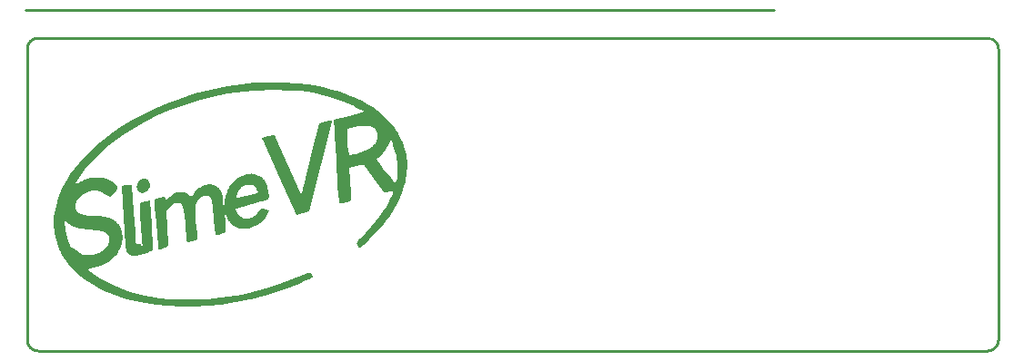
<source format=gto>
G04 Layer: TopSilkscreenLayer*
G04 EasyEDA Pro v1.7.27, 2022-09-03 12:30:42*
G04 Gerber Generator version 0.3*
G04 Scale: 100 percent, Rotated: No, Reflected: No*
G04 Dimensions in millimeters*
G04 Leading zeros omitted, absolute positions, 3 integers and 3 decimals*
%FSLAX33Y33*%
%MOMM*%
%ADD10C,0.254*%
G75*


G04 Image Start*
G36*
G01X24263Y27716D02*
G01X23268Y27672D01*
G01X23203Y27667D01*
G01X22081Y27551D01*
G01X20743Y27344D01*
G01X19266Y27040D01*
G01X17762Y26651D01*
G01X16377Y26217D01*
G01X15388Y25857D01*
G01X14151Y25341D01*
G01X12990Y24786D01*
G01X11921Y24207D01*
G01X10941Y23611D01*
G01X10064Y23015D01*
G01X9269Y22414D01*
G01X8566Y21825D01*
G01X7949Y21253D01*
G01X7401Y20690D01*
G01X6926Y20151D01*
G01X6510Y19628D01*
G01X6157Y19134D01*
G01X5853Y18660D01*
G01X5593Y18207D01*
G01X5375Y17775D01*
G01X5187Y17354D01*
G01X5034Y16957D01*
G01X4908Y16571D01*
G01X4810Y16211D01*
G01X4734Y15862D01*
G01X4676Y15514D01*
G01X4639Y15179D01*
G01X4619Y14857D01*
G01X4615Y14663D01*
G01X5645D01*
G01X5646Y14698D01*
G01X5648Y14723D01*
G01X5649Y14736D01*
G01X5652Y14746D01*
G01X5654Y14753D01*
G01X5656Y14758D01*
G01X5658Y14763D01*
G01X5660Y14768D01*
G01X5662Y14772D01*
G01X5667Y14777D01*
G01X5673Y14781D01*
G01X5674D01*
G01X5676Y14782D01*
G01X5678D01*
G01X5686D01*
G01X5690Y14781D01*
G01X5695Y14780D01*
G01X5699Y14778D01*
G01X5704Y14776D01*
G01X5709Y14773D01*
G01X5718Y14768D01*
G01X5729Y14759D01*
G01X5745Y14747D01*
G01X5778Y14716D01*
G01X5816Y14679D01*
G01X5864Y14634D01*
G01X5938Y14573D01*
G01X6059Y14483D01*
G01X6191Y14395D01*
G01X6304Y14328D01*
G01X6357Y14299D01*
G01X6398Y14281D01*
G01X6450Y14262D01*
G01X6548Y14232D01*
G01X6755Y14182D01*
G01X7178Y14106D01*
G01X7791Y14027D01*
G01X7917Y14016D01*
G01X8536Y13948D01*
G01X8822Y13901D01*
G01X9002Y13863D01*
G01X9126Y13829D01*
G01X9216Y13799D01*
G01X9291Y13770D01*
G01X9348Y13744D01*
G01X9400Y13718D01*
G01X9443Y13693D01*
G01X9478Y13670D01*
G01X9510Y13645D01*
G01X9541Y13620D01*
G01X9569Y13594D01*
G01X9592Y13571D01*
G01X9613Y13546D01*
G01X9632Y13521D01*
G01X9650Y13496D01*
G01X9670Y13464D01*
G01X9689Y13432D01*
G01X9705Y13397D01*
G01X9722Y13357D01*
G01X9737Y13314D01*
G01X9752Y13264D01*
G01X9758Y13242D01*
G01X9770Y13187D01*
G01X9777Y13131D01*
G01X9782Y13076D01*
G01Y13021D01*
G01X9778Y12965D01*
G01X9771Y12909D01*
G01X9761Y12854D01*
G01X9746Y12799D01*
G01X9729Y12744D01*
G01X9709Y12690D01*
G01X9685Y12636D01*
G01X9649Y12564D01*
G01X9607Y12494D01*
G01X9561Y12426D01*
G01X9510Y12358D01*
G01X9454Y12293D01*
G01X9378Y12213D01*
G01X9295Y12136D01*
G01X9206Y12063D01*
G01X9113Y11994D01*
G01X9013Y11929D01*
G01X8909Y11869D01*
G01X8800Y11813D01*
G01X8687Y11763D01*
G01X8571Y11718D01*
G01X8452Y11679D01*
G01X8330Y11647D01*
G01X8205Y11621D01*
G01X8078Y11602D01*
G01X7950Y11591D01*
G01X7820Y11586D01*
G01X7665Y11590D01*
G01X7562Y11598D01*
G01X7484Y11608D01*
G01X7425Y11619D01*
G01X7369Y11633D01*
G01X7315Y11650D01*
G01X7263Y11670D01*
G01X7212Y11694D01*
G01X7161Y11722D01*
G01X7109Y11754D01*
G01X7044Y11799D01*
G01X6963Y11863D01*
G01X6875Y11937D01*
G01X6782Y12015D01*
G01X6689Y12085D01*
G01X6599Y12146D01*
G01X6534Y12186D01*
G01X6482Y12213D01*
G01X6442Y12232D01*
G01X6414Y12243D01*
G01X6394Y12249D01*
G01X6381Y12252D01*
G01X6370Y12254D01*
G01X6360Y12256D01*
G01X6350Y12257D01*
G01X6345D01*
G01X6341D01*
G01X6337Y12256D01*
G01X6333D01*
G01X6313Y12254D01*
G01X6292Y12259D01*
G01X6271Y12270D01*
G01X6248Y12286D01*
G01X6226Y12308D01*
G01X6203Y12335D01*
G01X6179Y12367D01*
G01X6131Y12445D01*
G01X6082Y12540D01*
G01X6009Y12711D01*
G01X5938Y12911D01*
G01X5849Y13211D01*
G01X5772Y13537D01*
G01X5713Y13874D01*
G01X5684Y14126D01*
G01X5646Y14589D01*
G01X5645Y14663D01*
G01X4615D01*
G01Y14635D01*
G01X4624Y14275D01*
G01X4650Y13942D01*
G01X4692Y13615D01*
G01X4748Y13314D01*
G01X4818Y13018D01*
G01X4904Y12728D01*
G01X5004Y12442D01*
G01X5120Y12163D01*
G01X5250Y11888D01*
G01X5395Y11618D01*
G01X5567Y11337D01*
G01X5756Y11060D01*
G01X5974Y10774D01*
G01X6212Y10493D01*
G01X6485Y10202D01*
G01X6530Y10156D01*
G01X6815Y9886D01*
G01X7129Y9616D01*
G01X7483Y9343D01*
G01X7881Y9067D01*
G01X8325Y8791D01*
G01X8817Y8520D01*
G01X9362Y8254D01*
G01X9975Y7992D01*
G01X10660Y7740D01*
G01X11421Y7504D01*
G01X12262Y7288D01*
G01X13185Y7101D01*
G01X14190Y6949D01*
G01X15281Y6841D01*
G01X16437Y6785D01*
G01X17656Y6787D01*
G01X18915Y6853D01*
G01X20209Y6987D01*
G01X21513Y7189D01*
G01X22801Y7455D01*
G01X22935Y7487D01*
G01X24249Y7839D01*
G01X26063Y8421D01*
G01X27437Y8934D01*
G01X28083Y9212D01*
G01X28367Y9352D01*
G01X28508Y9431D01*
G01X28587Y9480D01*
G01X28635Y9514D01*
G01X28664Y9537D01*
G01X28686Y9556D01*
G01X28700Y9569D01*
G01X28712Y9581D01*
G01X28719Y9591D01*
G01X28724Y9598D01*
G01X28729Y9605D01*
G01X28732Y9611D01*
G01X28735Y9616D01*
G01X28738Y9624D01*
G01X28740Y9632D01*
G01X28741Y9636D01*
G01Y9643D01*
G01X28740Y9647D01*
G01X28738Y9654D01*
G01X28737Y9657D01*
G01X28736Y9659D01*
G01X28666Y9776D01*
G01X28638Y9818D01*
G01X28611Y9855D01*
G01X28592Y9876D01*
G01X28573Y9895D01*
G01X28554Y9912D01*
G01X28534Y9926D01*
G01X28524Y9932D01*
G01X28513Y9937D01*
G01X28502Y9943D01*
G01X28491Y9947D01*
G01X28480Y9951D01*
G01X28468Y9954D01*
G01X28456Y9957D01*
G01X28431Y9961D01*
G01X28404Y9962D01*
G01X28376Y9961D01*
G01X28345Y9958D01*
G01X28312Y9953D01*
G01X28259Y9940D01*
G01X28178Y9915D01*
G01X28034Y9860D01*
G01X27608Y9669D01*
G01X26952Y9386D01*
G01X25869Y8983D01*
G01X24311Y8489D01*
G01X22779Y8085D01*
G01X21682Y7852D01*
G01X21548Y7828D01*
G01X20182Y7623D01*
G01X18887Y7494D01*
G01X17665Y7434D01*
G01X16531Y7436D01*
G01X15471Y7491D01*
G01X14495Y7591D01*
G01X13590Y7730D01*
G01X12766Y7899D01*
G01X12007Y8095D01*
G01X11312Y8313D01*
G01X10677Y8547D01*
G01X10100Y8794D01*
G01X9568Y9054D01*
G01X9078Y9324D01*
G01X8629Y9603D01*
G01X8371Y9778D01*
G01X7692Y10254D01*
G01X8256Y10405D01*
G01X8690Y10532D01*
G01X8980Y10634D01*
G01X9194Y10723D01*
G01X9378Y10810D01*
G01X9535Y10895D01*
G01X9670Y10978D01*
G01X9800Y11067D01*
G01X9937Y11172D01*
G01X10071Y11286D01*
G01X10226Y11433D01*
G01X10321Y11533D01*
G01X10410Y11637D01*
G01X10492Y11743D01*
G01X10568Y11853D01*
G01X10648Y11982D01*
G01X10719Y12113D01*
G01X10782Y12246D01*
G01X10837Y12383D01*
G01X10884Y12520D01*
G01X10923Y12658D01*
G01X10954Y12797D01*
G01X10977Y12935D01*
G01X10993Y13074D01*
G01X11000Y13212D01*
G01Y13348D01*
G01X10994Y13467D01*
G01X10981Y13583D01*
G01X10963Y13698D01*
G01X10940Y13810D01*
G01X10910Y13920D01*
G01X10875Y14027D01*
G01X10834Y14132D01*
G01X10795Y14218D01*
G01X10751Y14301D01*
G01X10704Y14382D01*
G01X10652Y14460D01*
G01X10596Y14534D01*
G01X10536Y14606D01*
G01X10473Y14673D01*
G01X10417Y14725D01*
G01X10358Y14776D01*
G01X10296Y14823D01*
G01X10232Y14868D01*
G01X10165Y14909D01*
G01X10095Y14947D01*
G01X10023Y14981D01*
G01X9948Y15013D01*
G01X9870Y15040D01*
G01X9806Y15060D01*
G01X9704Y15085D01*
G01X9410Y15136D01*
G01X8726Y15221D01*
G01X8417Y15248D01*
G01X7845Y15303D01*
G01X7564Y15345D01*
G01X7386Y15380D01*
G01X7262Y15412D01*
G01X7166Y15442D01*
G01X7091Y15470D01*
G01X7029Y15497D01*
G01X6978Y15522D01*
G01X6935Y15546D01*
G01X6901Y15569D01*
G01X6869Y15592D01*
G01X6839Y15616D01*
G01X6815Y15637D01*
G01X6793Y15659D01*
G01X6772Y15682D01*
G01X6752Y15706D01*
G01X6735Y15731D01*
G01X6718Y15756D01*
G01X6703Y15783D01*
G01X6686Y15815D01*
G01X6672Y15848D01*
G01X6659Y15882D01*
G01X6646Y15923D01*
G01X6635Y15965D01*
G01X6633Y15976D01*
G01X6624Y16022D01*
G01X6618Y16069D01*
G01X6614Y16115D01*
G01X6613Y16162D01*
G01X6614Y16209D01*
G01X6618Y16256D01*
G01X6628Y16327D01*
G01X6643Y16397D01*
G01X6663Y16467D01*
G01X6689Y16537D01*
G01X6719Y16607D01*
G01X6755Y16675D01*
G01X6795Y16743D01*
G01X6840Y16809D01*
G01X6889Y16875D01*
G01X6944Y16939D01*
G01X7023Y17022D01*
G01X7109Y17102D01*
G01X7203Y17179D01*
G01X7305Y17251D01*
G01X7413Y17320D01*
G01X7470Y17352D01*
G01X7594Y17417D01*
G01X7702Y17467D01*
G01X7810Y17510D01*
G01X7917Y17545D01*
G01X8008Y17571D01*
G01X8099Y17591D01*
G01X8188Y17606D01*
G01X8278Y17616D01*
G01X8367Y17622D01*
G01X8456D01*
G01X8544Y17616D01*
G01X8631Y17606D01*
G01X8718Y17592D01*
G01X8805Y17571D01*
G01X8891Y17546D01*
G01X8977Y17516D01*
G01X9062Y17481D01*
G01X9147Y17441D01*
G01X9245Y17387D01*
G01X9343Y17327D01*
G01X9356Y17318D01*
G01X9830Y17003D01*
G01X10223Y17398D01*
G01X10332Y17513D01*
G01X10398Y17589D01*
G01X10439Y17643D01*
G01X10467Y17687D01*
G01X10487Y17720D01*
G01X10500Y17744D01*
G01X10511Y17768D01*
G01X10520Y17792D01*
G01X10527Y17816D01*
G01X10533Y17838D01*
G01X10535Y17854D01*
G01X10537Y17869D01*
G01X10538Y17884D01*
G01X10539Y17899D01*
G01X10538Y17914D01*
G01X10537Y17928D01*
G01X10535Y17944D01*
G01X10532Y17958D01*
G01X10528Y17973D01*
G01X10523Y17988D01*
G01X10515Y18010D01*
G01X10504Y18032D01*
G01X10492Y18055D01*
G01X10478Y18078D01*
G01X10456Y18108D01*
G01X10431Y18140D01*
G01X10395Y18179D01*
G01X10344Y18229D01*
G01X10275Y18289D01*
G01X10144Y18391D01*
G01X10002Y18493D01*
G01X9839Y18601D01*
G01X9756Y18649D01*
G01X9692Y18683D01*
G01X9629Y18711D01*
G01X9564Y18736D01*
G01X9498Y18756D01*
G01X9427Y18773D01*
G01X9352Y18787D01*
G01X9250Y18800D01*
G01X9085Y18811D01*
G01X8657Y18817D01*
G01X8267Y18807D01*
G01X8082Y18792D01*
G01X7948Y18775D01*
G01X7843Y18755D01*
G01X7742Y18731D01*
G01X7644Y18702D01*
G01X7536Y18663D01*
G01X7404Y18607D01*
G01X7206Y18511D01*
G01X7171Y18493D01*
G01X6880Y18346D01*
G01X6809Y18316D01*
G01X6767Y18300D01*
G01X6745Y18294D01*
G01X6725Y18289D01*
G01X6714Y18287D01*
G01X6703Y18286D01*
G01X6698Y18285D01*
G01X6694D01*
G01X6689Y18286D01*
G01X6685D01*
G01X6678Y18289D01*
G01X6675Y18290D01*
G01X6672Y18291D01*
G01X6670Y18293D01*
G01X6668Y18295D01*
G01X6663Y18300D01*
G01X6662Y18303D01*
G01X6661Y18306D01*
G01X6660Y18309D01*
G01X6659Y18313D01*
G01Y18317D01*
G01Y18321D01*
G01Y18326D01*
G01X6660Y18335D01*
G01X6663Y18346D01*
G01X6666Y18359D01*
G01X6674Y18379D01*
G01X6688Y18410D01*
G01X6713Y18456D01*
G01X6767Y18546D01*
G01X6972Y18846D01*
G01X7326Y19334D01*
G01X7687Y19801D01*
G01X8097Y20279D01*
G01X8568Y20777D01*
G01X9119Y21301D01*
G01X9742Y21838D01*
G01X10457Y22393D01*
G01X11254Y22950D01*
G01X12153Y23514D01*
G01X13157Y24075D01*
G01X14255Y24618D01*
G01X15434Y25128D01*
G01X16689Y25599D01*
G01X18002Y26018D01*
G01X19368Y26378D01*
G01X20744Y26669D01*
G01X21610Y26815D01*
G01X22235Y26892D01*
G01X23364Y26975D01*
G01X25082Y27015D01*
G01X26681Y26977D01*
G01X27656Y26906D01*
G01X28181Y26841D01*
G01X28293Y26822D01*
G01X29100Y26665D01*
G01X29988Y26444D01*
G01X30852Y26183D01*
G01X31599Y25916D01*
G01X32176Y25676D01*
G01X32598Y25475D01*
G01X32664Y25441D01*
G01X33579Y24965D01*
G01X32146Y24604D01*
G01X30712Y24244D01*
G01X30735Y23211D01*
G01X30764Y22706D01*
G01X31922D01*
G01Y23377D01*
G01X32643Y23554D01*
G01X32926Y23616D01*
G01X33154Y23653D01*
G01X33352Y23675D01*
G01X33521Y23685D01*
G01X33665D01*
G01X33786Y23678D01*
G01X33887Y23668D01*
G01X33982Y23652D01*
G01X34059Y23635D01*
G01X34132Y23614D01*
G01X34190Y23594D01*
G01X34245Y23571D01*
G01X34298Y23546D01*
G01X34337Y23525D01*
G01X34375Y23502D01*
G01X34411Y23477D01*
G01X34445Y23451D01*
G01X34477Y23423D01*
G01X34500Y23401D01*
G01X34533Y23365D01*
G01X34564Y23328D01*
G01X34593Y23289D01*
G01X34619Y23249D01*
G01X34643Y23206D01*
G01X34663Y23163D01*
G01X34683Y23118D01*
G01X34699Y23072D01*
G01X34714Y23025D01*
G01X34730Y22953D01*
G01X34743Y22879D01*
G01X34749Y22804D01*
G01X34751Y22727D01*
G01X34747Y22650D01*
G01X34738Y22572D01*
G01X34724Y22495D01*
G01X34705Y22418D01*
G01X34681Y22342D01*
G01X34652Y22267D01*
G01X34618Y22193D01*
G01X34579Y22121D01*
G01X34534Y22052D01*
G01X34485Y21985D01*
G01X34431Y21922D01*
G01X34412Y21901D01*
G01X34357Y21847D01*
G01X34285Y21783D01*
G01X34196Y21711D01*
G01X34084Y21631D01*
G01X33950Y21545D01*
G01X33775Y21445D01*
G01X33574Y21344D01*
G01X33363Y21252D01*
G01X33146Y21170D01*
G01X32945Y21106D01*
G01X32761Y21058D01*
G01X32597Y21023D01*
G01X32532Y21012D01*
G01X32072Y20938D01*
G01X31997Y21487D01*
G01X31963Y21810D01*
G01X31927Y22423D01*
G01X31922Y22706D01*
G01X30764D01*
G01X30888Y20605D01*
G01X34672D01*
G01Y20609D01*
G01X34673Y20610D01*
G01Y20611D01*
G01Y20613D01*
G01X34675Y20614D01*
G01X34676D01*
G01X34677Y20615D01*
G01X34678D01*
G01X34698Y20617D01*
G01X34720Y20623D01*
G01X34745Y20634D01*
G01X34772Y20649D01*
G01X34801Y20667D01*
G01X34865Y20714D01*
G01X34935Y20774D01*
G01X35047Y20885D01*
G01X35208Y21063D01*
G01X35369Y21264D01*
G01X35522Y21477D01*
G01X35624Y21636D01*
G01X35711Y21791D01*
G01X35758Y21888D01*
G01X35993Y22409D01*
G01X36153Y22019D01*
G01X36219Y21842D01*
G01X36388Y21305D01*
G01X36494Y20919D01*
G01X36523Y20790D01*
G01X36555Y20605D01*
G01X36587Y20334D01*
G01X36612Y19971D01*
G01X36618Y19551D01*
G01X36605Y19176D01*
G01X36583Y18921D01*
G01X36560Y18753D01*
G01X36538Y18640D01*
G01X36520Y18568D01*
G01X36505Y18519D01*
G01X36493Y18485D01*
G01X36480Y18456D01*
G01X36471Y18438D01*
G01X36462Y18422D01*
G01X36453Y18408D01*
G01X36443Y18397D01*
G01X36438Y18391D01*
G01X36422Y18384D01*
G01X36399Y18387D01*
G01X36369Y18401D01*
G01X36333Y18425D01*
G01X36290Y18459D01*
G01X36187Y18557D01*
G01X35989Y18775D01*
G01X35555Y19315D01*
G01X35454Y19448D01*
G01X34892Y20232D01*
G01X34741Y20467D01*
G01X34700Y20538D01*
G01X34686Y20566D01*
G01X34680Y20582D01*
G01X34676Y20591D01*
G01X34674Y20596D01*
G01X34673Y20601D01*
G01X34672Y20605D01*
G01X30888D01*
G01X31044Y17962D01*
G01X31160Y16574D01*
G01X31169Y16510D01*
G01X31172Y16493D01*
G01X31174Y16487D01*
G01X31181Y16469D01*
G01X31191Y16454D01*
G01X31205Y16441D01*
G01X31222Y16430D01*
G01X31242Y16422D01*
G01X31266Y16417D01*
G01X31295Y16413D01*
G01X31327Y16412D01*
G01X31364Y16414D01*
G01X31453Y16425D01*
G01X31626Y16460D01*
G01X31771Y16496D01*
G01X32012Y16556D01*
G01X32071Y16575D01*
G01X32107Y16588D01*
G01X32131Y16599D01*
G01X32154Y16611D01*
G01X32168Y16619D01*
G01X32181Y16628D01*
G01X32195Y16639D01*
G01X32206Y16649D01*
G01X32217Y16660D01*
G01X32228Y16673D01*
G01X32238Y16685D01*
G01X32247Y16699D01*
G01X32256Y16714D01*
G01X32264Y16730D01*
G01X32271Y16748D01*
G01X32281Y16776D01*
G01X32290Y16806D01*
G01X32297Y16840D01*
G01X32305Y16890D01*
G01X32311Y16961D01*
G01X32315Y17079D01*
G01X32309Y17336D01*
G01X32228Y18540D01*
G01X32140Y19765D01*
G01X32805Y19914D01*
G01X33163Y19989D01*
G01X33253Y20002D01*
G01X33309Y20008D01*
G01X33346Y20009D01*
G01X33374D01*
G01X33395Y20007D01*
G01X33414Y20005D01*
G01X33432Y20001D01*
G01X33445Y19998D01*
G01X33457Y19994D01*
G01X33469Y19990D01*
G01X33480Y19985D01*
G01X33491Y19979D01*
G01X33501Y19973D01*
G01X33511Y19966D01*
G01X33521Y19959D01*
G01X33533Y19949D01*
G01X33545Y19936D01*
G01X33560Y19920D01*
G01X33578Y19898D01*
G01X33605Y19861D01*
G01X33614Y19848D01*
G01X34426Y18702D01*
G01X35159Y17754D01*
G01X35332Y17552D01*
G01X35388Y17493D01*
G01X35413Y17470D01*
G01X35425Y17459D01*
G01X35432Y17454D01*
G01X35436Y17451D01*
G01X35443Y17447D01*
G01X35445D01*
G01X35446Y17446D01*
G01X35447D01*
G01X35448D01*
G01X35451D01*
G01X35562Y17467D01*
G01X35868Y17535D01*
G01X35942Y17550D01*
G01X35991Y17557D01*
G01X36020Y17560D01*
G01X36047Y17561D01*
G01X36071Y17559D01*
G01X36082Y17557D01*
G01X36092Y17555D01*
G01X36103Y17553D01*
G01X36112Y17550D01*
G01X36120Y17546D01*
G01X36128Y17542D01*
G01X36136Y17537D01*
G01X36142Y17532D01*
G01X36148Y17526D01*
G01X36154Y17519D01*
G01X36159Y17512D01*
G01X36163Y17505D01*
G01X36167Y17496D01*
G01X36170Y17487D01*
G01X36172Y17477D01*
G01X36173Y17467D01*
G01X36174Y17456D01*
G01X36175Y17444D01*
G01X36174Y17418D01*
G01X36170Y17390D01*
G01X36164Y17359D01*
G01X36149Y17306D01*
G01X36121Y17225D01*
G01X36072Y17105D01*
G01X35942Y16833D01*
G01X35826Y16609D01*
G01X35556Y16128D01*
G01X35262Y15659D01*
G01X34931Y15188D01*
G01X34560Y14713D01*
G01X34123Y14210D01*
G01X33612Y13675D01*
G01X33109Y13159D01*
G01X33000Y13032D01*
G01X32941Y12958D01*
G01X32905Y12906D01*
G01X32884Y12872D01*
G01X32867Y12840D01*
G01X32856Y12816D01*
G01X32847Y12793D01*
G01X32842Y12776D01*
G01X32837Y12760D01*
G01X32834Y12744D01*
G01X32832Y12729D01*
G01X32831Y12714D01*
G01Y12699D01*
G01X32832Y12685D01*
G01X32834Y12671D01*
G01X32837Y12656D01*
G01X32841Y12643D01*
G01X32845Y12628D01*
G01X32852Y12610D01*
G01X32863Y12586D01*
G01X32868Y12576D01*
G01X32977Y12376D01*
G01X33012Y12317D01*
G01X33025Y12299D01*
G01X33030Y12294D01*
G01X33044Y12288D01*
G01X33067Y12293D01*
G01X33099Y12307D01*
G01X33139Y12331D01*
G01X33241Y12404D01*
G01X33443Y12571D01*
G01X33969Y13062D01*
G01X34767Y13881D01*
G01X35295Y14480D01*
G01X35499Y14736D01*
G01X35898Y15298D01*
G01X36231Y15818D01*
G01X36515Y16316D01*
G01X36746Y16774D01*
G01X36938Y17209D01*
G01X37096Y17624D01*
G01X37223Y18016D01*
G01X37322Y18388D01*
G01X37396Y18738D01*
G01X37452Y19086D01*
G01X37487Y19414D01*
G01X37505Y19739D01*
G01X37506Y20043D01*
G01X37492Y20345D01*
G01X37463Y20645D01*
G01X37418Y20942D01*
G01X37358Y21236D01*
G01X37283Y21528D01*
G01X37192Y21817D01*
G01X37086Y22103D01*
G01X36957Y22402D01*
G01X36811Y22698D01*
G01X36647Y22991D01*
G01X36456Y23295D01*
G01X36234Y23611D01*
G01X36029Y23875D01*
G01X35842Y24093D01*
G01X35619Y24328D01*
G01X35366Y24568D01*
G01X35071Y24822D01*
G01X34716Y25097D01*
G01X34309Y25380D01*
G01X33831Y25677D01*
G01X33294Y25974D01*
G01X32694Y26268D01*
G01X32030Y26552D01*
G01X31303Y26821D01*
G01X30531Y27064D01*
G01X29736Y27269D01*
G01X28924Y27437D01*
G01X28178Y27552D01*
G01X27395Y27632D01*
G01X25917Y27708D01*
G37*
G36*
G01X30489Y24188D02*
G01X30465Y24187D01*
G01X30434Y24184D01*
G01X30348Y24169D01*
G01X29848Y24043D01*
G01X29330Y23906D01*
G01X28678Y21306D01*
G01X27894Y18040D01*
G01X27838Y17787D01*
G01X27800Y17651D01*
G01X27772Y17568D01*
G01X27751Y17514D01*
G01X27735Y17480D01*
G01X27723Y17457D01*
G01X27710Y17437D01*
G01X27701Y17424D01*
G01X27692Y17413D01*
G01X27685Y17406D01*
G01X27679Y17400D01*
G01X27673Y17395D01*
G01X27667Y17391D01*
G01X27661Y17387D01*
G01X27655Y17384D01*
G01X27649Y17382D01*
G01X27640Y17381D01*
G01X27634D01*
G01X27631D01*
G01X27628D01*
G01X27625Y17382D01*
G01X27622Y17383D01*
G01X27619Y17384D01*
G01X27616Y17385D01*
G01X27613Y17386D01*
G01X27610Y17388D01*
G01X27605Y17392D01*
G01X27599Y17396D01*
G01X27587Y17408D01*
G01X27581Y17415D01*
G01X27573Y17427D01*
G01X27564Y17441D01*
G01X27556Y17456D01*
G01X27545Y17479D01*
G01X27531Y17512D01*
G01X27515Y17559D01*
G01X27510Y17576D01*
G01X27485Y17641D01*
G01X25378Y22385D01*
G01X25190Y22779D01*
G01X25182Y22792D01*
G01X25177Y22799D01*
G01X25158Y22804D01*
G01X25118Y22803D01*
G01X24986Y22783D01*
G01X24601Y22700D01*
G01X24206Y22594D01*
G01X24062Y22547D01*
G01X24014Y22527D01*
G01X23985Y22510D01*
G01X23989Y22488D01*
G01X24046Y22338D01*
G01X25582Y18893D01*
G01X27223Y15311D01*
G01X27816Y15486D01*
G01X28380Y15662D01*
G01X28409Y15673D01*
G01X28417Y15676D01*
G01X28420Y15677D01*
G01X28421Y15678D01*
G01X28424Y15686D01*
G01X30516Y24032D01*
G01X30538Y24128D01*
G01X30539Y24138D01*
G01Y24152D01*
G01X30536Y24164D01*
G01X30530Y24174D01*
G01X30522Y24181D01*
G01X30508Y24186D01*
G37*
G36*
G01X23047Y19201D02*
G01X22993Y19200D01*
G01X22928Y19195D01*
G01X22850Y19185D01*
G01X22724Y19162D01*
G01X22532Y19118D01*
G01X22369Y19073D01*
G01X22226Y19026D01*
G01X22088Y18973D01*
G01X21968Y18919D01*
G01X21853Y18861D01*
G01X21743Y18797D01*
G01X21637Y18727D01*
G01X21536Y18653D01*
G01X21440Y18574D01*
G01X21357Y18498D01*
G01X21278Y18419D01*
G01X21195Y18325D01*
G01X21117Y18227D01*
G01X21043Y18123D01*
G01X20974Y18015D01*
G01X20910Y17901D01*
G01X20845Y17771D01*
G01X20786Y17634D01*
G01X20728Y17479D01*
G01X20677Y17316D01*
G01X20630Y17131D01*
G01X20603Y16996D01*
G01X21573D01*
G01Y17019D01*
G01X21575Y17043D01*
G01X21579Y17071D01*
G01X21595Y17133D01*
G01X21619Y17203D01*
G01X21668Y17320D01*
G01X21730Y17445D01*
G01X21801Y17571D01*
G01X21879Y17694D01*
G01X21959Y17806D01*
G01X22013Y17873D01*
G01X22066Y17930D01*
G01X22092Y17955D01*
G01X22117Y17977D01*
G01X22142Y17995D01*
G01X22169Y18013D01*
G01X22212Y18039D01*
G01X22259Y18062D01*
G01X22309Y18083D01*
G01X22380Y18109D01*
G01X22454Y18130D01*
G01X22531Y18148D01*
G01X22610Y18163D01*
G01X22709Y18175D01*
G01X22787Y18180D01*
G01X22864Y18181D01*
G01X22938Y18178D01*
G01X22992Y18173D01*
G01X23042Y18165D01*
G01X23091Y18155D01*
G01X23135Y18142D01*
G01X23163Y18132D01*
G01X23189Y18121D01*
G01X23213Y18109D01*
G01X23234Y18095D01*
G01X23249Y18085D01*
G01X23263Y18073D01*
G01X23294Y18042D01*
G01X23327Y18003D01*
G01X23379Y17935D01*
G01X23448Y17831D01*
G01X23512Y17722D01*
G01X23552Y17641D01*
G01X23585Y17568D01*
G01X23601Y17525D01*
G01X23606Y17506D01*
G01X23610Y17488D01*
G01X23613Y17473D01*
G01X23614Y17459D01*
G01Y17448D01*
G01X23611Y17438D01*
G01X23607Y17432D01*
G01X23594Y17423D01*
G01X23572Y17413D01*
G01X23499Y17386D01*
G01X23192Y17296D01*
G01X22144Y17042D01*
G01X21733Y16961D01*
G01X21649Y16949D01*
G01X21619Y16947D01*
G01X21600D01*
G01X21589Y16950D01*
G01X21581Y16962D01*
G01X21576Y16977D01*
G01X21573Y16996D01*
G01X20603D01*
G01X20588Y16922D01*
G01X20554Y16689D01*
G01X20543Y16592D01*
G01X20464Y15812D01*
G01X20386Y16662D01*
G01X20342Y17049D01*
G01X20315Y17206D01*
G01X20294Y17304D01*
G01X20272Y17383D01*
G01X20250Y17448D01*
G01X20229Y17501D01*
G01X20206Y17551D01*
G01X20180Y17598D01*
G01X20152Y17644D01*
G01X20121Y17689D01*
G01X20083Y17739D01*
G01X20028Y17802D01*
G01X19986Y17848D01*
G01X19945Y17889D01*
G01X19901Y17928D01*
G01X19857Y17964D01*
G01X19810Y17997D01*
G01X19762Y18028D01*
G01X19713Y18056D01*
G01X19662Y18082D01*
G01X19597Y18111D01*
G01X19530Y18136D01*
G01X19460Y18156D01*
G01X19390Y18173D01*
G01X19318Y18185D01*
G01X19245Y18194D01*
G01X19171Y18199D01*
G01X19096D01*
G01X19020Y18196D01*
G01X18943Y18188D01*
G01X18867Y18177D01*
G01X18774Y18157D01*
G01X18681Y18133D01*
G01X18588Y18102D01*
G01X18496Y18065D01*
G01X18404Y18022D01*
G01X18313Y17974D01*
G01X18224Y17920D01*
G01X18180Y17891D01*
G01X18013Y17770D01*
G01X17898Y17678D01*
G01X17828Y17616D01*
G01X17795Y17584D01*
G01X17774Y17561D01*
G01X17764Y17548D01*
G01X17758Y17541D01*
G01X17754Y17534D01*
G01X17750Y17527D01*
G01X17749Y17524D01*
G01X17747Y17521D01*
G01X17746Y17516D01*
G01Y17514D01*
G01X17742Y17493D01*
G01X17732Y17466D01*
G01X17717Y17432D01*
G01X17672Y17351D01*
G01X17613Y17262D01*
G01X17581Y17218D01*
G01X17517Y17136D01*
G01X17495Y17111D01*
G01X17484Y17101D01*
G01X17475Y17093D01*
G01X17465Y17085D01*
G01X17455Y17078D01*
G01X17445Y17073D01*
G01X17436Y17070D01*
G01X17426Y17067D01*
G01X17416Y17066D01*
G01X17406D01*
G01X17395Y17067D01*
G01X17385Y17070D01*
G01X17374Y17074D01*
G01X17362Y17079D01*
G01X17350Y17086D01*
G01X17324Y17103D01*
G01X17294Y17126D01*
G01X17224Y17187D01*
G01X17160Y17247D01*
G01X17125Y17278D01*
G01X17089Y17306D01*
G01X17052Y17332D01*
G01X17013Y17357D01*
G01X16972Y17379D01*
G01X16930Y17398D01*
G01X16886Y17416D01*
G01X16841Y17432D01*
G01X16768Y17452D01*
G01X16690Y17468D01*
G01X16608Y17479D01*
G01X16487Y17488D01*
G01X16390Y17489D01*
G01X16238Y17486D01*
G01X16155Y17480D01*
G01X16094Y17472D01*
G01X16036Y17460D01*
G01X15995Y17449D01*
G01X15955Y17437D01*
G01X15916Y17421D01*
G01X15878Y17404D01*
G01X15839Y17384D01*
G01X15801Y17361D01*
G01X15750Y17325D01*
G01X15682Y17274D01*
G01X15596Y17199D01*
G01X15432Y17040D01*
G01X15216Y16831D01*
G01X15153Y16776D01*
G01X15118Y16749D01*
G01X15095Y16733D01*
G01X15080Y16724D01*
G01X15068Y16718D01*
G01X15056Y16713D01*
G01X15051Y16711D01*
G01X15045Y16709D01*
G01X15036Y16707D01*
G01X15032D01*
G01X15020Y16708D01*
G01X15016Y16710D01*
G01X15013Y16711D01*
G01X15010Y16713D01*
G01X15007Y16716D01*
G01X15004Y16718D01*
G01X15002Y16721D01*
G01X15000Y16725D01*
G01X14997Y16729D01*
G01X14996Y16734D01*
G01X14994Y16738D01*
G01X14991Y16748D01*
G01X14989Y16760D01*
G01X14987Y16774D01*
G01X14985Y16796D01*
G01X14984Y16821D01*
G01X14983Y16874D01*
G01X14980Y16904D01*
G01X14977Y16917D01*
G01X14974Y16930D01*
G01X14971Y16941D01*
G01X14966Y16951D01*
G01X14961Y16961D01*
G01X14955Y16970D01*
G01X14948Y16977D01*
G01X14941Y16984D01*
G01X14932Y16991D01*
G01X14923Y16996D01*
G01X14911Y17000D01*
G01X14900Y17003D01*
G01X14886Y17006D01*
G01X14872Y17008D01*
G01X14840Y17010D01*
G01X14802Y17009D01*
G01X14734Y17002D01*
G01X14553Y16973D01*
G01X14378Y16935D01*
G01X14241Y16898D01*
G01X14157Y16871D01*
G01X14104Y16850D01*
G01X14072Y16835D01*
G01X14055Y16825D01*
G01X14048Y16821D01*
G01X14042Y16817D01*
G01X14037Y16813D01*
G01X14029Y16793D01*
G01X14024Y16754D01*
G01X14018Y16617D01*
G01X14035Y15991D01*
G01X14123Y14651D01*
G01X14292Y12342D01*
G01X14293Y12322D01*
G01X14295Y12244D01*
G01X14298Y12212D01*
G01X14300Y12199D01*
G01X14303Y12186D01*
G01X14307Y12175D01*
G01X14312Y12165D01*
G01X14317Y12156D01*
G01X14324Y12148D01*
G01X14332Y12142D01*
G01X14340Y12137D01*
G01X14350Y12133D01*
G01X14362Y12130D01*
G01X14374Y12127D01*
G01X14389D01*
G01X14404D01*
G01X14440Y12131D01*
G01X14484Y12139D01*
G01X14594Y12167D01*
G01X14783Y12222D01*
G01X14920Y12267D01*
G01X14997Y12297D01*
G01X15053Y12322D01*
G01X15092Y12342D01*
G01X15127Y12363D01*
G01X15150Y12378D01*
G01X15170Y12394D01*
G01X15183Y12405D01*
G01X15194Y12416D01*
G01X15204Y12427D01*
G01X15214Y12438D01*
G01X15222Y12450D01*
G01X15229Y12462D01*
G01X15235Y12474D01*
G01X15241Y12486D01*
G01X15246Y12498D01*
G01X15249Y12511D01*
G01X15252Y12524D01*
G01X15253Y12537D01*
G01X15254Y12551D01*
G01X15253Y12578D01*
G01X15153Y14252D01*
G01X15072Y15719D01*
G01X15403Y16078D01*
G01X15529Y16208D01*
G01X15593Y16268D01*
G01X15642Y16309D01*
G01X15690Y16344D01*
G01X15725Y16367D01*
G01X15760Y16388D01*
G01X15795Y16406D01*
G01X15831Y16421D01*
G01X15868Y16434D01*
G01X15905Y16444D01*
G01X15945Y16453D01*
G01X15985Y16460D01*
G01X16042Y16465D01*
G01X16103Y16467D01*
G01X16203Y16466D01*
G01X16277Y16462D01*
G01X16307Y16458D01*
G01X16336Y16453D01*
G01X16364Y16444D01*
G01X16377Y16439D01*
G01X16391Y16434D01*
G01X16404Y16428D01*
G01X16417Y16421D01*
G01X16441Y16404D01*
G01X16465Y16385D01*
G01X16487Y16362D01*
G01X16509Y16336D01*
G01X16530Y16307D01*
G01X16550Y16274D01*
G01X16568Y16237D01*
G01X16587Y16197D01*
G01X16613Y16128D01*
G01X16638Y16050D01*
G01X16668Y15931D01*
G01X16711Y15716D01*
G01X16767Y15306D01*
G01X16842Y14504D01*
G01X16979Y13022D01*
G01X16993Y12931D01*
G01X16997Y12911D01*
G01X16998Y12904D01*
G01X16999Y12902D01*
G01X17006Y12885D01*
G01X17015Y12871D01*
G01X17028Y12858D01*
G01X17043Y12848D01*
G01X17062Y12840D01*
G01X17084Y12834D01*
G01X17109Y12831D01*
G01X17138Y12829D01*
G01X17171Y12830D01*
G01X17249Y12839D01*
G01X17344Y12857D01*
G01X17522Y12901D01*
G01X18003Y13029D01*
G01X17940Y13552D01*
G01X17808Y14864D01*
G01X17779Y15464D01*
G01X17781Y15804D01*
G01X17793Y16020D01*
G01X17809Y16167D01*
G01X17825Y16269D01*
G01X17842Y16347D01*
G01X17858Y16406D01*
G01X17874Y16456D01*
G01X17890Y16495D01*
G01X17904Y16527D01*
G01X17911Y16540D01*
G01X17962Y16634D01*
G01X18006Y16703D01*
G01X18051Y16766D01*
G01X18099Y16824D01*
G01X18135Y16865D01*
G01X18173Y16902D01*
G01X18213Y16937D01*
G01X18253Y16969D01*
G01X18296Y16998D01*
G01X18339Y17024D01*
G01X18384Y17047D01*
G01X18431Y17068D01*
G01X18479Y17087D01*
G01X18528Y17102D01*
G01X18580Y17116D01*
G01X18633Y17126D01*
G01X18707Y17136D01*
G01X18783Y17141D01*
G01X18843Y17142D01*
G01X18883Y17141D01*
G01X18921Y17136D01*
G01X18959Y17129D01*
G01X18994Y17118D01*
G01X19011Y17111D01*
G01X19028Y17104D01*
G01X19045Y17095D01*
G01X19061Y17086D01*
G01X19077Y17076D01*
G01X19107Y17053D01*
G01X19136Y17025D01*
G01X19164Y16994D01*
G01X19191Y16959D01*
G01X19217Y16919D01*
G01X19241Y16876D01*
G01X19264Y16828D01*
G01X19296Y16747D01*
G01X19326Y16655D01*
G01X19363Y16515D01*
G01X19405Y16310D01*
G01X19454Y15965D01*
G01X19522Y15199D01*
G01X19536Y14971D01*
G01X19615Y13992D01*
G01X19656Y13679D01*
G01X19673Y13585D01*
G01X19681Y13548D01*
G01X19688Y13528D01*
G01X19691Y13518D01*
G01X19694Y13513D01*
G01X19696Y13508D01*
G01X19697Y13506D01*
G01X19698Y13505D01*
G01X19699Y13503D01*
G01X19702Y13500D01*
G01X19713Y13496D01*
G01X19728Y13492D01*
G01X19746Y13491D01*
G01X19768Y13490D01*
G01X19822Y13494D01*
G01X19886Y13502D01*
G01X19998Y13523D01*
G01X20124Y13554D01*
G01X20211Y13579D01*
G01X20635Y13710D01*
G01X20576Y14761D01*
G01X20549Y15405D01*
G01X20550Y15494D01*
G01X20552Y15531D01*
G01X20554Y15547D01*
G01X20556Y15557D01*
G01X20557Y15563D01*
G01X20559Y15567D01*
G01X20560Y15571D01*
G01X20562Y15574D01*
G01X20563Y15576D01*
G01X20564Y15577D01*
G01X20565D01*
G01X20566Y15578D01*
G01X20567D01*
G01X20568Y15579D01*
G01X20569D01*
G01X20570Y15578D01*
G01X20571D01*
G01X20572D01*
G01X20575Y15576D01*
G01X20576Y15575D01*
G01X20577Y15573D01*
G01X20580Y15570D01*
G01X20583Y15566D01*
G01X20587Y15559D01*
G01X20593Y15546D01*
G01X20603Y15521D01*
G01X20625Y15460D01*
G01X20641Y15410D01*
G01X20690Y15265D01*
G01X20739Y15142D01*
G01X20785Y15039D01*
G01X20836Y14942D01*
G01X20883Y14862D01*
G01X20933Y14786D01*
G01X20986Y14714D01*
G01X21043Y14646D01*
G01X21103Y14581D01*
G01X21166Y14520D01*
G01X21233Y14463D01*
G01X21303Y14409D01*
G01X21378Y14359D01*
G01X21455Y14312D01*
G01X21549Y14263D01*
G01X21648Y14216D01*
G01X21739Y14179D01*
G01X21950Y14104D01*
G01X22049Y14074D01*
G01X22125Y14056D01*
G01X22184Y14046D01*
G01X22241Y14039D01*
G01X22298Y14036D01*
G01X22356D01*
G01X22414Y14040D01*
G01X22491Y14049D01*
G01X22591Y14067D01*
G01X22782Y14113D01*
G01X22804Y14118D01*
G01X22974Y14168D01*
G01X23137Y14225D01*
G01X23293Y14289D01*
G01X23427Y14353D01*
G01X23555Y14421D01*
G01X23677Y14496D01*
G01X23779Y14566D01*
G01X23878Y14641D01*
G01X23970Y14720D01*
G01X24057Y14803D01*
G01X24140Y14889D01*
G01X24216Y14980D01*
G01X24287Y15075D01*
G01X24344Y15161D01*
G01X24398Y15250D01*
G01X24405Y15262D01*
G01X24665Y15730D01*
G01X24298Y15859D01*
G01X24182Y15897D01*
G01X24132Y15911D01*
G01X24098Y15918D01*
G01X24066Y15923D01*
G01X24046Y15925D01*
G01X24026Y15926D01*
G01X24008Y15925D01*
G01X23989Y15923D01*
G01X23972Y15920D01*
G01X23954Y15916D01*
G01X23936Y15910D01*
G01X23919Y15902D01*
G01X23902Y15893D01*
G01X23885Y15883D01*
G01X23867Y15870D01*
G01X23840Y15850D01*
G01X23813Y15825D01*
G01X23773Y15786D01*
G01X23696Y15700D01*
G01X23604Y15590D01*
G01X23532Y15506D01*
G01X23457Y15428D01*
G01X23381Y15357D01*
G01X23303Y15292D01*
G01X23235Y15241D01*
G01X23166Y15195D01*
G01X23097Y15154D01*
G01X23027Y15118D01*
G01X22968Y15091D01*
G01X22909Y15068D01*
G01X22850Y15048D01*
G01X22791Y15033D01*
G01X22732Y15020D01*
G01X22674Y15011D01*
G01X22615Y15006D01*
G01X22557Y15004D01*
G01X22511Y15005D01*
G01X22465Y15009D01*
G01X22420Y15015D01*
G01X22375Y15024D01*
G01X22330Y15034D01*
G01X22286Y15047D01*
G01X22243Y15063D01*
G01X22200Y15081D01*
G01X22158Y15101D01*
G01X22131Y15117D01*
G01X22089Y15143D01*
G01X22047Y15175D01*
G01X21990Y15224D01*
G01X21932Y15279D01*
G01X21862Y15354D01*
G01X21796Y15434D01*
G01X21734Y15517D01*
G01X21678Y15599D01*
G01X21641Y15663D01*
G01X21609Y15724D01*
G01X21590Y15767D01*
G01X21580Y15794D01*
G01X21572Y15819D01*
G01X21566Y15842D01*
G01X21563Y15864D01*
G01X21562Y15874D01*
G01Y15893D01*
G01X21564Y15902D01*
G01X21565Y15910D01*
G01X21568Y15917D01*
G01X21571Y15924D01*
G01X21575Y15930D01*
G01X21579Y15935D01*
G01X21591Y15941D01*
G01X21655Y15962D01*
G01X23053Y16337D01*
G01X23929Y16582D01*
G01X24315Y16711D01*
G01X24455Y16765D01*
G01X24512Y16791D01*
G01X24537Y16804D01*
G01X24554Y16814D01*
G01X24563Y16820D01*
G01X24569Y16825D01*
G01X24573Y16829D01*
G01X24577Y16833D01*
G01X24579Y16834D01*
G01X24580Y16836D01*
G01X24591Y16855D01*
G01X24600Y16878D01*
G01X24608Y16906D01*
G01X24615Y16936D01*
G01X24623Y17008D01*
G01X24627Y17091D01*
G01X24622Y17234D01*
G01X24608Y17395D01*
G01X24572Y17627D01*
G01X24523Y17865D01*
G01X24460Y18096D01*
G01X24405Y18258D01*
G01X24366Y18356D01*
G01X24345Y18401D01*
G01X24315Y18461D01*
G01X24281Y18519D01*
G01X24244Y18575D01*
G01X24203Y18628D01*
G01X24158Y18679D01*
G01X24110Y18728D01*
G01X24059Y18776D01*
G01X24004Y18821D01*
G01X23946Y18864D01*
G01X23884Y18904D01*
G01X23805Y18950D01*
G01X23722Y18993D01*
G01X23693Y19006D01*
G01X23462Y19106D01*
G01X23365Y19142D01*
G01X23291Y19165D01*
G01X23237Y19179D01*
G01X23184Y19189D01*
G01X23138Y19196D01*
G01X23093Y19200D01*
G37*
G36*
G01X13040Y18766D02*
G01X13013Y18765D01*
G01X12986Y18762D01*
G01X12959Y18758D01*
G01X12931Y18752D01*
G01X12903Y18745D01*
G01X12875Y18737D01*
G01X12837Y18722D01*
G01X12800Y18705D01*
G01X12762Y18685D01*
G01X12724Y18662D01*
G01X12686Y18636D01*
G01X12649Y18607D01*
G01X12602Y18567D01*
G01X12565Y18531D01*
G01X12528Y18491D01*
G01X12494Y18449D01*
G01X12463Y18405D01*
G01X12436Y18360D01*
G01X12412Y18313D01*
G01X12392Y18265D01*
G01X12375Y18216D01*
G01X12362Y18167D01*
G01X12352Y18117D01*
G01X12345Y18067D01*
G01X12342Y18017D01*
G01X12343Y17967D01*
G01X12346Y17918D01*
G01X12354Y17869D01*
G01X12365Y17821D01*
G01X12374Y17790D01*
G01X12385Y17760D01*
G01X12397Y17730D01*
G01X12411Y17701D01*
G01X12426Y17672D01*
G01X12443Y17644D01*
G01X12462Y17618D01*
G01X12482Y17592D01*
G01X12504Y17568D01*
G01X12516Y17556D01*
G01X12551Y17521D01*
G01X12587Y17491D01*
G01X12622Y17465D01*
G01X12645Y17449D01*
G01X12669Y17435D01*
G01X12691Y17422D01*
G01X12715Y17412D01*
G01X12738Y17403D01*
G01X12761Y17396D01*
G01X12785Y17391D01*
G01X12808Y17387D01*
G01X12832Y17385D01*
G01X12856D01*
G01X12880Y17387D01*
G01X12904Y17390D01*
G01X12929Y17395D01*
G01X12953Y17403D01*
G01X12978Y17411D01*
G01X13004Y17421D01*
G01X13043Y17440D01*
G01X13083Y17463D01*
G01X13123Y17490D01*
G01X13180Y17532D01*
G01X13238Y17581D01*
G01X13314Y17654D01*
G01X13330Y17669D01*
G01X13399Y17741D01*
G01X13440Y17790D01*
G01X13469Y17827D01*
G01X13494Y17863D01*
G01X13510Y17889D01*
G01X13524Y17916D01*
G01X13537Y17942D01*
G01X13547Y17967D01*
G01X13555Y17994D01*
G01X13562Y18020D01*
G01X13566Y18047D01*
G01X13569Y18074D01*
G01X13570Y18101D01*
G01Y18130D01*
G01X13568Y18159D01*
G01X13562Y18200D01*
G01X13551Y18253D01*
G01X13546Y18275D01*
G01X13529Y18336D01*
G01X13513Y18381D01*
G01X13496Y18425D01*
G01X13477Y18466D01*
G01X13456Y18504D01*
G01X13434Y18539D01*
G01X13411Y18572D01*
G01X13392Y18596D01*
G01X13373Y18618D01*
G01X13353Y18638D01*
G01X13332Y18657D01*
G01X13311Y18674D01*
G01X13288Y18690D01*
G01X13266Y18704D01*
G01X13243Y18717D01*
G01X13219Y18728D01*
G01X13195Y18738D01*
G01X13170Y18747D01*
G01X13145Y18753D01*
G01X13119Y18759D01*
G01X13093Y18762D01*
G01X13067Y18765D01*
G37*
G36*
G01X11709Y18166D02*
G01X11614Y18162D01*
G01X11431Y18141D01*
G01X11195Y18101D01*
G01X10920Y18048D01*
G01X10999Y16525D01*
G01X11291Y12465D01*
G01X11340Y12061D01*
G01X11352Y11991D01*
G01X11353Y11983D01*
G01X11361Y11954D01*
G01X11371Y11926D01*
G01X11383Y11898D01*
G01X11397Y11871D01*
G01X11414Y11845D01*
G01X11432Y11820D01*
G01X11452Y11795D01*
G01X11474Y11771D01*
G01X11498Y11749D01*
G01X11522Y11726D01*
G01X11563Y11695D01*
G01X11607Y11666D01*
G01X11654Y11639D01*
G01X11703Y11615D01*
G01X11755Y11593D01*
G01X11808Y11574D01*
G01X11864Y11558D01*
G01X11921Y11545D01*
G01X11980Y11535D01*
G01X12039Y11528D01*
G01X12099Y11524D01*
G01X12159Y11525D01*
G01X12219Y11529D01*
G01X12279Y11536D01*
G01X12320Y11543D01*
G01X12583Y11604D01*
G01X12938Y11704D01*
G01X13293Y11823D01*
G01X13533Y11917D01*
G01X13664Y11976D01*
G01X13735Y12013D01*
G01X13779Y12038D01*
G01X13803Y12054D01*
G01X13819Y12065D01*
G01X13831Y12076D01*
G01X13838Y12083D01*
G01X13845Y12089D01*
G01X13849Y12095D01*
G01X13851Y12099D01*
G01X13853Y12102D01*
G01X13854Y12104D01*
G01X13855Y12107D01*
G01X13856Y12110D01*
G01Y12112D01*
G01X13852Y12246D01*
G01X13711Y14460D01*
G01X13559Y16697D01*
G01X13149Y16621D01*
G01X13002Y16590D01*
G01X12868Y16554D01*
G01X12785Y16527D01*
G01X12729Y16506D01*
G01X12696Y16491D01*
G01X12677Y16481D01*
G01X12662Y16471D01*
G01X12657Y16467D01*
G01X12652Y16462D01*
G01X12644Y16442D01*
G01X12638Y16400D01*
G01X12632Y16253D01*
G01X12657Y15404D01*
G01X12740Y14139D01*
G01X12862Y12139D01*
G01X12864Y11925D01*
G01X12862Y11877D01*
G01X12861Y11861D01*
G01X12860Y11852D01*
G01X12858Y11848D01*
G01Y11846D01*
G01X12857Y11844D01*
G01X12856Y11841D01*
G01X12855Y11840D01*
G01Y11839D01*
G01X12832Y11850D01*
G01X12813Y11922D01*
G01X12800Y12044D01*
G01X12796Y12204D01*
G01X12792Y12357D01*
G01X12787Y12418D01*
G01X12782Y12459D01*
G01X12776Y12487D01*
G01X12771Y12503D01*
G01X12766Y12519D01*
G01X12760Y12532D01*
G01X12754Y12545D01*
G01X12747Y12557D01*
G01X12739Y12567D01*
G01X12730Y12577D01*
G01X12725Y12581D01*
G01X12716Y12589D01*
G01X12705Y12596D01*
G01X12693Y12602D01*
G01X12681Y12608D01*
G01X12667Y12613D01*
G01X12652Y12617D01*
G01X12637Y12620D01*
G01X12611Y12624D01*
G01X12573Y12627D01*
G01X12507Y12628D01*
G01X12443Y12630D01*
G01X12405Y12633D01*
G01X12372Y12638D01*
G01X12358Y12642D01*
G01X12343Y12646D01*
G01X12331Y12650D01*
G01X12318Y12656D01*
G01X12307Y12662D01*
G01X12297Y12669D01*
G01X12287Y12677D01*
G01X12278Y12685D01*
G01X12270Y12695D01*
G01X12263Y12706D01*
G01X12256Y12717D01*
G01X12250Y12729D01*
G01X12245Y12743D01*
G01X12240Y12758D01*
G01X12232Y12791D01*
G01X12226Y12829D01*
G01X12221Y12895D01*
G01X12218Y13004D01*
G01X12179Y13774D01*
G01X12047Y15696D01*
G01X11875Y18096D01*
G01Y18098D01*
G01X11872Y18113D01*
G01X11864Y18127D01*
G01X11852Y18139D01*
G01X11834Y18148D01*
G01X11810Y18156D01*
G01X11782Y18162D01*
G01X11749Y18165D01*
G37*
G04 Image End*
G04 Image End*

G04 PolygonModel Start*
G54D10*
G01X71614Y34500D02*
G01X2000Y34500D01*
G04 PolygonModel End*

G04 Rect Start*
G01X2138Y30833D02*
G01X2138Y3667D01*
G03X3160Y2645I1022J0D01*
G01X91540D01*
G03X92562Y3667I0J1022D01*
G01Y30833D01*
G03X91540Y31855I-1022J0D01*
G01X3160D01*
G03X2138Y30833I0J-1022D01*
G04 Rect End*

M02*

</source>
